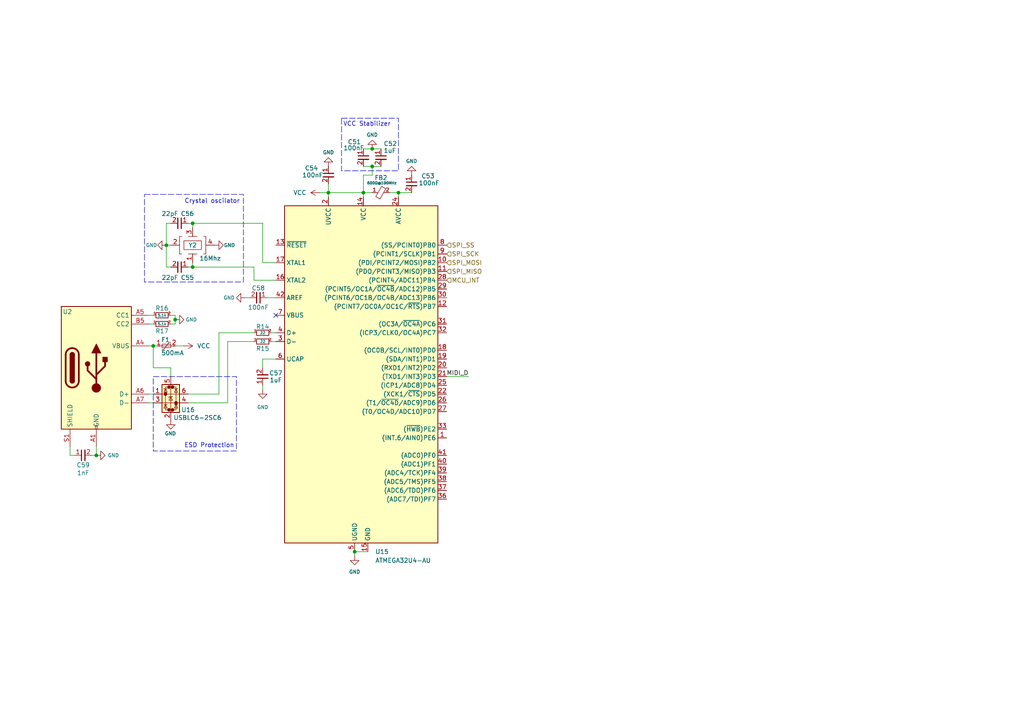
<source format=kicad_sch>
(kicad_sch (version 20250114) (generator "eeschema") (generator_version "9.0")
  (paper "A4")
  (lib_symbols
    (symbol "Symbols:16Mhz_Crystal"
      (property "Reference" "Y" (at 0 0 0))
      (symbol "16Mhz_Crystal_0_1"
        (polyline (pts (xy -3.81 1.27) (xy -3.81 2.54) (xy -3.175 2.54)))
        (polyline (pts (xy -3.81 -1.27) (xy -3.81 1.27)))
        (polyline (pts (xy -3.81 -1.27) (xy -3.81 -2.54) (xy -3.175 -2.54)))
        (rectangle (start -2.54 1.27) (end 2.54 -1.27))
        (polyline (pts (xy -1.27 2.54) (xy -1.27 2.54)))
        (polyline (pts (xy -1.27 2.54) (xy 1.27 2.54)))
        (polyline (pts (xy -1.27 -2.54) (xy 1.27 -2.54)))
        (polyline (pts (xy 3.81 1.27) (xy 3.81 -1.27)))
        (polyline (pts (xy 3.81 1.27) (xy 3.81 2.54) (xy 3.175 2.54)))
        (polyline (pts (xy 3.81 -1.27) (xy 3.81 -2.54) (xy 3.175 -2.54)))
      )
      (symbol "16Mhz_Crystal_1_1"
        (pin power_in line (at -6.35 0 0) (length 2.54) (name "") (number "4"))
        (pin bidirectional line (at 0 5.08 270) (length 2.54) (name "") (number "1"))
        (pin bidirectional line (at 0 -5.08 90) (length 2.54) (name "") (number "3"))
        (pin power_in line (at 6.35 0 180) (length 2.54) (name "") (number "2"))
      )
    )
    (symbol "Symbols:ATMEGA32U4-AU"
      (property "Reference" "U" (at -25.4 35.56 0))
      (property "Value" "ATMEGA32U4-AU" (at 12.7 -53.848 0))
      (symbol "ATMEGA32U4-AU_1_1"
        (rectangle (start -22.86 46.99) (end 21.59 -50.8) (stroke (width 0.254)) (fill (type color) (color 255 255 194 1)))
        (pin input line (at -25.4 35.56 0) (length 2.54) (name "~{RESET}") (number "13"))
        (pin input line (at -25.4 30.48 0) (length 2.54) (name "XTAL1") (number "17"))
        (pin output line (at -25.4 25.4 0) (length 2.54) (name "XTAL2") (number "16"))
        (pin passive line (at -25.4 20.32 0) (length 2.54) (name "AREF") (number "42"))
        (pin input line (at -25.4 15.24 0) (length 2.54) (name "VBUS") (number "7"))
        (pin bidirectional line (at -25.4 10.16 0) (length 2.54) (name "D+") (number "4"))
        (pin bidirectional line (at -25.4 7.62 0) (length 2.54) (name "D-") (number "3"))
        (pin passive line (at -25.4 2.54 0) (length 2.54) (name "UCAP") (number "6"))
        (pin power_in line (at -10.16 49.53 270) (length 2.54) (name "UVCC") (number "2"))
        (pin passive line (at -2.54 -53.34 90) (length 2.54) (name "UGND") (number "5"))
        (pin power_in line (at 0 49.53 270) (length 2.54) (name "VCC") (number "14"))
        (pin passive line (at 0 49.53 270) (length 2.54) (hide yes) (name "VCC") (number "34"))
        (pin power_in line (at 1.27 -53.34 90) (length 2.54) (name "GND") (number "15"))
        (pin passive line (at 2.54 49.53 270) (length 2.54) (hide yes) (name "AVCC") (number "44"))
        (pin power_in line (at 10.16 49.53 270) (length 2.54) (name "AVCC") (number "24"))
        (pin bidirectional line (at 24.13 35.56 180) (length 2.54) (name "(SS/PCINT0)PB0") (number "8"))
        (pin bidirectional line (at 24.13 33.02 180) (length 2.54) (name "(PCINT1/SCLK)PB1") (number "9"))
        (pin bidirectional line (at 24.13 30.48 180) (length 2.54) (name "(PDI/PCINT2/MOSI)PB2") (number "10"))
        (pin bidirectional line (at 24.13 27.94 180) (length 2.54) (name "(PDO/PCINT3/MISO)PB3") (number "11"))
        (pin bidirectional line (at 24.13 25.4 180) (length 2.54) (name "(PCINT4/ADC11)PB4") (number "28"))
        (pin bidirectional line (at 24.13 22.86 180) (length 2.54) (name "(PCINT5/OC1A/~{OC4B}/ADC12)PB5") (number "29"))
        (pin bidirectional line (at 24.13 20.32 180) (length 2.54) (name "(PCINT6/OC1B/OC4B/ADC13)PB6") (number "30"))
        (pin bidirectional line (at 24.13 17.78 180) (length 2.54) (name "(PCINT7/OC0A/OC1C/~{RTS})PB7") (number "12"))
        (pin bidirectional line (at 24.13 12.7 180) (length 2.54) (name "(OC3A/~{OC4A})PC6") (number "31"))
        (pin bidirectional line (at 24.13 10.16 180) (length 2.54) (name "(ICP3/CLK0/OC4A)PC7") (number "32"))
        (pin bidirectional line (at 24.13 5.08 180) (length 2.54) (name "(OC0B/SCL/INT0)PD0") (number "18"))
        (pin bidirectional line (at 24.13 2.54 180) (length 2.54) (name "(SDA/INT1)PD1") (number "19"))
        (pin bidirectional line (at 24.13 0 180) (length 2.54) (name "(RXD1/INT2)PD2") (number "20"))
        (pin bidirectional line (at 24.13 -2.54 180) (length 2.54) (name "(TXD1/INT3)PD3") (number "21"))
        (pin bidirectional line (at 24.13 -5.08 180) (length 2.54) (name "(ICP1/ADC8)PD4") (number "25"))
        (pin bidirectional line (at 24.13 -7.62 180) (length 2.54) (name "(XCK1/~{CTS})PD5") (number "22"))
        (pin bidirectional line (at 24.13 -10.16 180) (length 2.54) (name "(T1/~{OC4D}/ADC9)PD6") (number "26"))
        (pin bidirectional line (at 24.13 -12.7 180) (length 2.54) (name "(T0/OC4D/ADC10)PD7") (number "27"))
        (pin bidirectional line (at 24.13 -17.78 180) (length 2.54) (name "(~{HWB})PE2") (number "33"))
        (pin bidirectional line (at 24.13 -20.32 180) (length 2.54) (name "(INT.6/AIN0)PE6") (number "1"))
        (pin bidirectional line (at 24.13 -25.4 180) (length 2.54) (name "(ADC0)PF0") (number "41"))
        (pin bidirectional line (at 24.13 -27.94 180) (length 2.54) (name "(ADC1)PF1") (number "40"))
        (pin bidirectional line (at 24.13 -30.48 180) (length 2.54) (name "(ADC4/TCK)PF4") (number "39"))
        (pin bidirectional line (at 24.13 -33.02 180) (length 2.54) (name "(ADC5/TMS)PF5") (number "38"))
        (pin bidirectional line (at 24.13 -35.56 180) (length 2.54) (name "(ADC6/TDO)PF6") (number "37"))
        (pin bidirectional line (at 24.13 -38.1 180) (length 2.54) (name "(ADC7/TDI)PF7") (number "36"))
      )
    )
    (symbol "Symbols:Capacitor 0603"
      (property "Reference" "C" (at -3.048 0 90))
      (symbol "Capacitor 0603_0_1"
        (polyline (pts (xy -1.524 0.508) (xy 1.524 0.508)) (stroke (width 0.3048)))
        (polyline (pts (xy -1.524 -0.508) (xy 1.524 -0.508)) (stroke (width 0.3302)))
      )
      (symbol "Capacitor 0603_1_1"
        (pin passive line (at 0 2.54 270) (length 2.032) (name "~") (number "1"))
        (pin passive line (at 0 -2.54 90) (length 2.032) (name "~") (number "2"))
      )
    )
    (symbol "Symbols:Ferrite_beat"
      (property "Reference" "FB" (at 3.302 0 0))
      (symbol "Ferrite_beat_0_1"
        (polyline (pts (xy -1.8288 0.2794) (xy -1.1176 1.4986) (xy 1.8288 -0.2032) (xy 1.1176 -1.4224) (xy -1.8288 0.2794)))
        (polyline (pts (xy 0 0.889) (xy 0 1.2954)))
        (polyline (pts (xy 0 -1.27) (xy 0 -0.7874)))
      )
      (symbol "Ferrite_beat_1_1"
        (pin passive line (at 0 2.54 270) (length 1.27) (name "~") (number "1"))
        (pin passive line (at 0 -2.54 90) (length 1.27) (name "~") (number "2"))
      )
    )
    (symbol "Symbols:GND" (power) (pin_numbers (hide yes)) (pin_names (hide yes))
      (property "Value" "GND" (at 0 -3.302 0))
      (symbol "GND_0_1"
        (polyline (pts (xy 0 0) (xy 0 -1.27) (xy 1.27 -1.27) (xy 0 -2.54) (xy -1.27 -1.27) (xy 0 -1.27)))
      )
      (symbol "GND_1_1"
        (pin power_in line (at 0 0 270) (length 0) (name "~") (number ""))
      )
    )
    (symbol "Symbols:Polyfuse"
      (property "Reference" "F" (at 0 0 0))
      (symbol "Polyfuse_0_1"
        (polyline (pts (xy -1.016 1.27) (xy -1.016 0.762) (xy 1.016 -0.762) (xy 1.016 -1.27)))
        (rectangle (start -0.508 1.27) (end 0.508 -1.27))
        (polyline (pts (xy 0 2.54) (xy 0 -2.54)))
      )
      (symbol "Polyfuse_1_1"
        (pin passive line (at 0 2.54 270) (length 0.635) (name "~") (number "1"))
        (pin passive line (at 0 -2.54 90) (length 0.635) (name "~") (number "2"))
      )
    )
    (symbol "Symbols:Resistor 0603"
      (property "Reference" "R" (at -2.032 0 90))
      (symbol "Resistor 0603_0_1"
        (rectangle (start -0.762 1.778) (end 0.762 -1.778) (stroke (width 0.2032)))
      )
      (symbol "Resistor 0603_1_1"
        (pin passive line (at 0 2.54 270) (length 0.762) (name "~") (number "1"))
        (pin passive line (at 0 -2.54 90) (length 0.762) (name "~") (number "2"))
      )
    )
    (symbol "Symbols:USBLC6-2SC6" (pin_names (hide yes))
      (property "Reference" "U" (at 0.635 5.715 0))
      (property "Value" "USBLC6-2SC6" (at 0.635 3.81 0))
      (symbol "USBLC6-2SC6_0_0"
        (circle (center -1.524 0) (radius 0.0001) (stroke (width 0.508)))
        (circle (center -0.508 2.032) (radius 0.0001) (stroke (width 0.508)))
        (circle (center -0.508 -4.572) (radius 0.0001) (stroke (width 0.508)))
        (circle (center 0.508 2.032) (radius 0.0001) (stroke (width 0.508)))
        (circle (center 0.508 -4.572) (radius 0.0001) (stroke (width 0.508)))
        (circle (center 1.524 -2.54) (radius 0.0001) (stroke (width 0.508)))
      )
      (symbol "USBLC6-2SC6_0_1"
        (polyline (pts (xy -2.54 0) (xy 2.54 0)))
        (polyline (pts (xy -2.54 -2.54) (xy 2.54 -2.54)))
        (polyline (pts (xy -2.032 0.508) (xy -1.016 0.508) (xy -1.524 1.524) (xy -2.032 0.508)))
        (polyline (pts (xy -2.032 -3.048) (xy -1.016 -3.048)))
        (polyline (pts (xy -1.016 1.524) (xy -2.032 1.524)))
        (polyline (pts (xy -1.016 -4.064) (xy -2.032 -4.064) (xy -1.524 -3.048) (xy -1.016 -4.064)))
        (polyline (pts (xy -0.508 -1.143) (xy -0.508 -0.762) (xy 0.508 -0.762)))
        (polyline (pts (xy 0 2.54) (xy -0.508 2.032) (xy 0.508 2.032) (xy 0 1.524) (xy 0 -4.064) (xy -0.508 -4.572) (xy 0.508 -4.572) (xy 0 -5.08)))
        (polyline (pts (xy 0.508 -1.778) (xy -0.508 -1.778) (xy 0 -0.762) (xy 0.508 -1.778)))
        (polyline (pts (xy 1.016 1.524) (xy 2.032 1.524)))
        (polyline (pts (xy 1.016 -3.048) (xy 2.032 -3.048)))
        (polyline (pts (xy 2.032 0.508) (xy 1.016 0.508) (xy 1.524 1.524) (xy 2.032 0.508)))
        (polyline (pts (xy 2.032 -4.064) (xy 1.016 -4.064) (xy 1.524 -3.048) (xy 2.032 -4.064)))
      )
      (symbol "USBLC6-2SC6_1_1"
        (rectangle (start -2.54 2.794) (end 2.54 -5.334) (stroke (width 0.254)) (fill (type background)))
        (polyline (pts (xy -0.508 2.032) (xy -1.524 2.032) (xy -1.524 -4.572) (xy -0.508 -4.572)))
        (polyline (pts (xy 0.508 -4.572) (xy 1.524 -4.572) (xy 1.524 2.032) (xy 0.508 2.032)))
        (pin passive line (at -5.08 0 0) (length 2.54) (name "I/O1") (number "1"))
        (pin passive line (at -5.08 -2.54 0) (length 2.54) (name "I/O2") (number "3"))
        (pin passive line (at 0 5.08 270) (length 2.54) (name "VBUS") (number "5"))
        (pin passive line (at 0 -7.62 90) (length 2.54) (name "GND") (number "2"))
        (pin passive line (at 5.08 0 180) (length 2.54) (name "I/O1") (number "6"))
        (pin passive line (at 5.08 -2.54 180) (length 2.54) (name "I/O2") (number "4"))
      )
    )
    (symbol "Symbols:USB_C_2.0"
      (property "Reference" "U" (at 0 0 0))
      (symbol "USB_C_2.0_0_0"
        (rectangle (start -0.254 -17.78) (end 0.254 -16.764))
      )
      (symbol "USB_C_2.0_0_1"
        (polyline (pts (xy -8.89 -3.81) (xy -8.89 3.81)) (stroke (width 0.508)))
        (rectangle (start -7.62 -3.81) (end -6.35 3.81) (stroke (width 0.254)) (fill (type outline)))
        (arc (start -7.62 3.81) (mid -6.985 4.4423) (end -6.35 3.81) (stroke (width 0.254)))
        (arc (start -7.62 3.81) (mid -6.985 4.4423) (end -6.35 3.81) (stroke (width 0.254)) (fill (type outline)))
        (arc (start -8.89 3.81) (mid -6.985 5.7067) (end -5.08 3.81) (stroke (width 0.508)))
        (arc (start -5.08 -3.81) (mid -6.985 -5.7067) (end -8.89 -3.81) (stroke (width 0.508)))
        (arc (start -6.35 -3.81) (mid -6.985 -4.4423) (end -7.62 -3.81) (stroke (width 0.254)))
        (arc (start -6.35 -3.81) (mid -6.985 -4.4423) (end -7.62 -3.81) (stroke (width 0.254)) (fill (type outline)))
        (polyline (pts (xy -5.08 3.81) (xy -5.08 -3.81)) (stroke (width 0.508)))
        (circle (center -2.54 1.143) (radius 0.635) (stroke (width 0.254)) (fill (type outline)))
        (polyline (pts (xy -1.27 4.318) (xy 0 6.858) (xy 1.27 4.318) (xy -1.27 4.318)) (stroke (width 0.254)) (fill (type outline)))
        (polyline (pts (xy 0 -2.032) (xy 2.54 0.508) (xy 2.54 1.778)) (stroke (width 0.508)))
        (polyline (pts (xy 0 -3.302) (xy -2.54 -0.762) (xy -2.54 0.508)) (stroke (width 0.508)))
        (polyline (pts (xy 0 -5.842) (xy 0 4.318)) (stroke (width 0.508)))
        (circle (center 0 -5.842) (radius 1.27) (fill (type outline)))
        (rectangle (start 1.905 1.778) (end 3.175 3.048) (stroke (width 0.254)) (fill (type outline)))
      )
      (symbol "USB_C_2.0_1_1"
        (rectangle (start -10.16 17.78) (end 10.16 -17.78) (stroke (width 0.254)) (fill (type background)))
        (pin passive line (at -7.62 -22.86 90) (length 5.08) (name "SHIELD") (number "S1"))
        (pin passive line (at 0 -22.86 90) (length 5.08) (name "GND") (number "A1"))
        (pin passive line (at 0 -22.86 90) (length 5.08) (hide yes) (name "GND") (number "A12"))
        (pin passive line (at 0 -22.86 90) (length 5.08) (hide yes) (name "GND") (number "B1"))
        (pin passive line (at 0 -22.86 90) (length 5.08) (hide yes) (name "GND") (number "B12"))
        (pin bidirectional line (at 15.24 15.24 180) (length 5.08) (name "CC1") (number "A5"))
        (pin bidirectional line (at 15.24 12.7 180) (length 5.08) (name "CC2") (number "B5"))
        (pin passive line (at 15.24 6.35 180) (length 5.08) (name "VBUS") (number "A4"))
        (pin bidirectional line (at 15.24 -7.62 180) (length 5.08) (name "D+") (number "A6"))
        (pin bidirectional line (at 15.24 -10.16 180) (length 5.08) (name "D-") (number "A7"))
      )
    )
    (symbol "Symbols:VCC" (power) (pin_numbers (hide yes)) (pin_names (hide yes))
      (property "Value" "VCC" (at 0 3.81 0))
      (symbol "VCC_0_1"
        (polyline (pts (xy -0.762 1.27) (xy 0 2.54)))
        (polyline (pts (xy 0 2.54) (xy 0.762 1.27)))
        (polyline (pts (xy 0 0) (xy 0 2.54)))
      )
      (symbol "VCC_1_1"
        (pin power_in line (at 0 0 90) (length 0) (name "~") (number ""))
      )
    )
  )
  (rectangle (start 41.91 56.388) (end 70.612 81.788) (stroke (width 0) (type dash)))
  (rectangle (start 44.45 109.22) (end 68.58 130.81) (stroke (width 0) (type dash)))
  (rectangle (start 99.06 34.29) (end 115.57 49.53) (stroke (width 0) (type dash)))
  (text "ESD Protection" (at 60.706 129.286 0) (effects (font (size 1.27 1.27))))
  (text "VCC Stabilizer\n" (at 106.426 36.068 0) (effects (font (size 1.27 1.27))))
  (text "Crystal oscilator" (at 69.596 58.42 0) (effects (font (size 1.27 1.27)) (justify right)))
  (junction (at 95.25 55.88))
  (junction (at 44.45 100.33))
  (junction (at 48.26 71.12))
  (junction (at 55.88 77.47))
  (junction (at 107.95 48.26))
  (junction (at 107.95 43.18))
  (junction (at 55.88 64.77))
  (junction (at 27.94 132.08))
  (junction (at 115.57 55.88))
  (junction (at 105.41 55.88))
  (junction (at 102.87 160.02))
  (junction (at 50.8 92.71))
  (no_connect (at 80.01 91.44))
  (wire (pts (xy 105.41 48.26) (xy 107.95 48.26)))
  (wire (pts (xy 66.04 99.06) (xy 73.66 99.06)))
  (wire (pts (xy 55.88 64.77) (xy 76.2 64.77)))
  (wire (pts (xy 49.53 109.22) (xy 49.53 106.68)))
  (wire (pts (xy 113.03 55.88) (xy 115.57 55.88)))
  (wire (pts (xy 27.94 129.54) (xy 27.94 132.08)))
  (wire (pts (xy 49.53 71.12) (xy 48.26 71.12)))
  (wire (pts (xy 76.2 104.14) (xy 80.01 104.14)))
  (wire (pts (xy 105.41 43.18) (xy 107.95 43.18)))
  (wire (pts (xy 48.26 71.12) (xy 48.26 64.77)))
  (wire (pts (xy 107.95 43.18) (xy 110.49 43.18)))
  (wire (pts (xy 105.41 55.88) (xy 105.41 50.8)))
  (wire (pts (xy 107.95 50.8) (xy 107.95 48.26)))
  (wire (pts (xy 20.32 129.54) (xy 20.32 132.08)))
  (wire (pts (xy 107.95 48.26) (xy 110.49 48.26)))
  (wire (pts (xy 43.18 93.98) (xy 44.45 93.98)))
  (wire (pts (xy 105.41 50.8) (xy 107.95 50.8)))
  (wire (pts (xy 55.88 77.47) (xy 54.61 77.47)))
  (wire (pts (xy 76.2 76.2) (xy 80.01 76.2)))
  (wire (pts (xy 76.2 104.14) (xy 76.2 106.68)))
  (wire (pts (xy 95.25 55.88) (xy 105.41 55.88)))
  (wire (pts (xy 54.61 116.84) (xy 66.04 116.84)))
  (wire (pts (xy 71.12 86.36) (xy 72.39 86.36)))
  (wire (pts (xy 92.71 55.88) (xy 95.25 55.88)))
  (wire (pts (xy 76.2 64.77) (xy 76.2 76.2)))
  (wire (pts (xy 66.04 116.84) (xy 66.04 99.06)))
  (wire (pts (xy 50.8 93.98) (xy 50.8 92.71)))
  (wire (pts (xy 95.25 53.34) (xy 95.25 55.88)))
  (wire (pts (xy 73.66 81.28) (xy 73.66 77.47)))
  (wire (pts (xy 43.18 91.44) (xy 44.45 91.44)))
  (wire (pts (xy 43.18 100.33) (xy 44.45 100.33)))
  (wire (pts (xy 63.5 114.3) (xy 63.5 96.52)))
  (wire (pts (xy 102.87 160.02) (xy 106.68 160.02)))
  (wire (pts (xy 63.5 96.52) (xy 73.66 96.52)))
  (wire (pts (xy 77.47 86.36) (xy 80.01 86.36)))
  (wire (pts (xy 78.74 96.52) (xy 80.01 96.52)))
  (wire (pts (xy 55.88 64.77) (xy 55.88 66.04)))
  (wire (pts (xy 80.01 81.28) (xy 73.66 81.28)))
  (wire (pts (xy 78.74 99.06) (xy 80.01 99.06)))
  (wire (pts (xy 95.25 55.88) (xy 95.25 57.15)))
  (wire (pts (xy 26.67 132.08) (xy 27.94 132.08)))
  (wire (pts (xy 50.8 100.33) (xy 53.34 100.33)))
  (wire (pts (xy 55.88 77.47) (xy 73.66 77.47)))
  (wire (pts (xy 105.41 55.88) (xy 105.41 57.15)))
  (wire (pts (xy 102.87 160.02) (xy 102.87 161.29)))
  (wire (pts (xy 55.88 76.2) (xy 55.88 77.47)))
  (wire (pts (xy 49.53 91.44) (xy 50.8 91.44)))
  (wire (pts (xy 20.32 132.08) (xy 21.59 132.08)))
  (wire (pts (xy 54.61 114.3) (xy 63.5 114.3)))
  (wire (pts (xy 44.45 100.33) (xy 45.72 100.33)))
  (wire (pts (xy 49.53 93.98) (xy 50.8 93.98)))
  (wire (pts (xy 49.53 106.68) (xy 44.45 106.68)))
  (wire (pts (xy 54.61 64.77) (xy 55.88 64.77)))
  (wire (pts (xy 49.53 64.77) (xy 48.26 64.77)))
  (wire (pts (xy 44.45 106.68) (xy 44.45 100.33)))
  (wire (pts (xy 129.54 109.22) (xy 135.89 109.22)))
  (wire (pts (xy 115.57 55.88) (xy 119.38 55.88)))
  (wire (pts (xy 50.8 92.71) (xy 50.8 91.44)))
  (wire (pts (xy 43.18 114.3) (xy 44.45 114.3)))
  (wire (pts (xy 48.26 77.47) (xy 48.26 71.12)))
  (wire (pts (xy 76.2 111.76) (xy 76.2 113.03)))
  (wire (pts (xy 115.57 55.88) (xy 115.57 57.15)))
  (wire (pts (xy 43.18 116.84) (xy 44.45 116.84)))
  (wire (pts (xy 107.95 55.88) (xy 105.41 55.88)))
  (wire (pts (xy 49.53 77.47) (xy 48.26 77.47)))
  (label "MIDI_D" (at 135.89 109.22 180))
  (hierarchical_label "SPI_MOSI" (shape input) (at 129.54 76.2 0))
  (hierarchical_label "SPI_MISO" (shape input) (at 129.54 78.74 0))
  (hierarchical_label "SPI_SCK" (shape input) (at 129.54 73.66 0))
  (hierarchical_label "SPI_SS" (shape input) (at 129.54 71.12 0))
  (hierarchical_label "MCU_INT" (shape input) (at 129.54 81.28 0))
  (symbol (lib_id "Symbols:GND") (at 102.87 161.29 0) (unit 1)
    (property "Reference" "#PWR0141" (effects (hide yes)))
    (property "Value" "GND" (at 102.87 165.862 0) (effects (font (size 1.016 1.016))))
  )
  (symbol (lib_id "Symbols:GND") (at 49.53 121.92 0) (unit 1)
    (property "Reference" "#PWR0142" (effects (hide yes)))
    (property "Value" "GND" (at 51.054 125.73 0) (effects (font (size 1.016 1.016)) (justify right)))
  )
  (symbol (lib_id "Symbols:GND") (at 76.2 113.03 0) (unit 1)
    (property "Reference" "#PWR0137" (effects (hide yes)))
    (property "Value" "GND" (at 76.2 118.11 0) (effects (font (size 1.016 1.016))))
  )
  (symbol (lib_id "Symbols:GND") (at 119.38 50.8 180) (unit 1)
    (property "Reference" "#PWR0132" (effects (hide yes)))
    (property "Value" "GND" (at 119.38 46.736 0) (effects (font (size 1.016 1.016))))
  )
  (symbol (lib_id "Symbols:Polyfuse") (at 48.26 100.33 90) (unit 1)
    (property "Reference" "F1" (at 46.736 98.552 90) (effects (justify right)))
    (property "Value" "500mA" (at 46.736 102.362 90) (effects (justify right)))
  )
  (symbol (lib_id "Symbols:Capacitor 0603") (at 52.07 77.47 270) (unit 1)
    (property "Reference" "C55" (at 54.356 80.518 90))
    (property "Value" "22pF" (at 49.276 80.518 90))
    (property "Footprint" "Footprints:0603_C" (effects (hide yes)))
  )
  (symbol (lib_id "Symbols:GND") (at 27.94 132.08 90) (unit 1)
    (property "Reference" "#PWR0143" (effects (hide yes)))
    (property "Value" "GND" (at 31.242 132.08 90) (effects (font (size 1.016 1.016)) (justify right)))
  )
  (symbol (lib_id "Symbols:GND") (at 62.23 71.12 90) (unit 1)
    (property "Reference" "#PWR0134" (effects (hide yes)))
    (property "Value" "GND" (at 66.548 71.12 90) (effects (font (size 1.016 1.016))))
  )
  (symbol (lib_id "Symbols:VCC") (at 92.71 55.88 90) (unit 1)
    (property "Reference" "#PWR0136" (effects (hide yes)))
    (property "Value" "VCC" (at 88.9 55.8799 90) (effects (justify left)))
  )
  (symbol (lib_id "Symbols:USBLC6-2SC6") (at 49.53 114.3 0) (unit 1)
    (property "Reference" "U16" (at 52.578 118.872 0) (effects (justify left)))
    (property "Value" "USBLC6-2SC6" (at 50.292 121.158 0) (effects (justify left)))
  )
  (symbol (lib_id "Symbols:16Mhz_Crystal") (at 55.88 71.12 180) (unit 1)
    (property "Reference" "Y2" (at 55.88 71.12 0))
    (property "Value" "16Mhz" (at 60.96 74.93 0))
    (property "Footprint" "Footprints:Crystal Oscillator 16MHz" (effects (hide yes)))
  )
  (symbol (lib_id "Symbols:ATMEGA32U4-AU") (at 105.41 106.68 0) (unit 1)
    (property "Reference" "U15" (at 108.8233 160.02 0) (effects (justify left)))
    (property "Value" "ATMEGA32U4-AU" (at 108.8233 162.56 0) (effects (justify left)))
    (property "Footprint" "Footprints:ATMEGA32U4-AU" (effects (hide yes)))
  )
  (symbol (lib_id "Symbols:GND") (at 48.26 71.12 270) (unit 1)
    (property "Reference" "#PWR0135" (effects (hide yes)))
    (property "Value" "GND" (at 43.942 71.12 90) (effects (font (size 1.016 1.016))))
  )
  (symbol (lib_id "Symbols:Capacitor 0603") (at 95.25 50.8 0) (unit 1)
    (property "Reference" "C54" (at 88.392 48.768 0) (effects (justify left)))
    (property "Value" "100nF" (at 87.63 50.8 0) (effects (justify left)))
    (property "Footprint" "Footprints:0603_C" (effects (hide yes)))
  )
  (symbol (lib_id "Symbols:VCC") (at 53.34 100.33 270) (unit 1)
    (property "Reference" "#PWR0140" (effects (hide yes)))
    (property "Value" "VCC" (at 57.15 100.3299 90) (effects (justify left)))
  )
  (symbol (lib_id "Symbols:Capacitor 0603") (at 52.07 64.77 270) (unit 1)
    (property "Reference" "C56" (at 54.356 61.976 90))
    (property "Value" "22pF" (at 49.276 61.976 90))
    (property "Footprint" "Footprints:0603_C" (effects (hide yes)))
  )
  (symbol (lib_id "Symbols:GND") (at 107.95 43.18 180) (unit 1)
    (property "Reference" "#PWR0131" (effects (hide yes)))
    (property "Value" "GND" (at 107.95 39.116 0) (effects (font (size 1.016 1.016))))
  )
  (symbol (lib_id "Symbols:Resistor 0603") (at 46.99 91.44 90) (unit 1)
    (property "Reference" "R16" (at 46.99 89.408 90))
    (property "Value" "5.1k" (at 46.99 91.44 90) (effects (font (size 0.762 0.762))))
  )
  (symbol (lib_id "Symbols:Resistor 0603") (at 76.2 96.52 90) (unit 1)
    (property "Reference" "R14" (at 76.2 94.742 90))
    (property "Value" "22" (at 76.2 96.52 90) (effects (font (size 0.762 0.762))))
  )
  (symbol (lib_id "Symbols:Capacitor 0603") (at 105.41 45.72 0) (unit 1)
    (property "Reference" "C51" (at 100.838 41.148 0) (effects (justify left)))
    (property "Value" "100nF" (at 99.568 42.926 0) (effects (justify left)))
    (property "Footprint" "Footprints:0603_C" (effects (hide yes)))
  )
  (symbol (lib_id "Symbols:Ferrite_beat") (at 110.49 55.88 90) (unit 1)
    (property "Reference" "FB2" (at 110.49 51.562 90))
    (property "Value" "600Ω@100MHz" (at 110.744 53.086 90) (effects (font (size 0.762 0.762))))
  )
  (symbol (lib_id "Symbols:Resistor 0603") (at 76.2 99.06 90) (unit 1)
    (property "Reference" "R15" (at 76.2 101.092 90))
    (property "Value" "22" (at 76.2 99.06 90) (effects (font (size 0.762 0.762))))
  )
  (symbol (lib_id "Symbols:GND") (at 95.25 48.26 180) (unit 1)
    (property "Reference" "#PWR0133" (effects (hide yes)))
    (property "Value" "GND" (at 95.25 44.196 0) (effects (font (size 1.016 1.016))))
  )
  (symbol (lib_id "Symbols:Capacitor 0603") (at 110.49 45.72 0) (unit 1)
    (property "Reference" "C52" (at 111.252 41.6622 0) (effects (justify left)))
    (property "Value" "1uF" (at 111.252 43.688 0) (effects (justify left)))
    (property "Footprint" "Footprints:0603_C" (effects (hide yes)))
  )
  (symbol (lib_id "Symbols:GND") (at 50.8 92.71 90) (unit 1)
    (property "Reference" "#PWR0139" (effects (hide yes)))
    (property "Value" "GND" (at 53.848 92.71 90) (effects (font (size 1.016 1.016)) (justify right)))
  )
  (symbol (lib_id "Symbols:Capacitor 0603") (at 24.13 132.08 90) (unit 1)
    (property "Reference" "C59" (at 24.13 134.874 90))
    (property "Value" "1nF" (at 24.13 137.16 90))
  )
  (symbol (lib_id "Symbols:Capacitor 0603") (at 76.2 109.22 180) (unit 1)
    (property "Reference" "C57" (at 80.01 108.204 0))
    (property "Value" "1uF" (at 80.01 110.236 0))
  )
  (symbol (lib_id "Symbols:USB_C_2.0") (at 27.94 106.68 0) (unit 1)
    (property "Reference" "U2" (at 19.558 90.424 0))
  )
  (symbol (lib_id "Symbols:Capacitor 0603") (at 74.93 86.36 270) (unit 1)
    (property "Reference" "C58" (at 74.93 83.566 90))
    (property "Value" "100nF" (at 74.93 89.154 90))
  )
  (symbol (lib_id "Symbols:GND") (at 71.12 86.36 270) (unit 1)
    (property "Reference" "#PWR0138" (effects (hide yes)))
    (property "Value" "GND" (at 68.072 86.36 90) (effects (font (size 1.016 1.016)) (justify right)))
  )
  (symbol (lib_id "Symbols:Resistor 0603") (at 46.99 93.98 90) (unit 1)
    (property "Reference" "R17" (at 46.99 96.012 90))
    (property "Value" "5.1k" (at 46.99 93.98 90) (effects (font (size 0.762 0.762))))
  )
  (symbol (lib_id "Symbols:Capacitor 0603") (at 119.38 53.34 0) (unit 1)
    (property "Reference" "C53" (at 122.174 51.054 0) (effects (justify left)))
    (property "Value" "100nF" (at 121.412 53.086 0) (effects (justify left)))
    (property "Footprint" "Footprints:0603_C" (effects (hide yes)))
  )
)
</source>
